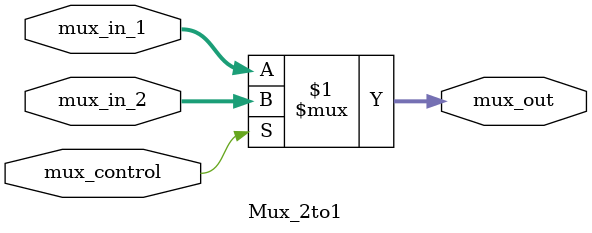
<source format=v>
`timescale 1ns / 1ps


module Mux_2to1
#(
    parameter Width_inout = 32
)
(
    input  mux_control,
    input [Width_inout -1 :0] mux_in_1,
    input [Width_inout -1 :0] mux_in_2,
    output [Width_inout-1 :0] mux_out
    );
    
   assign mux_out = mux_control ? mux_in_2 : mux_in_1;
   
endmodule

</source>
